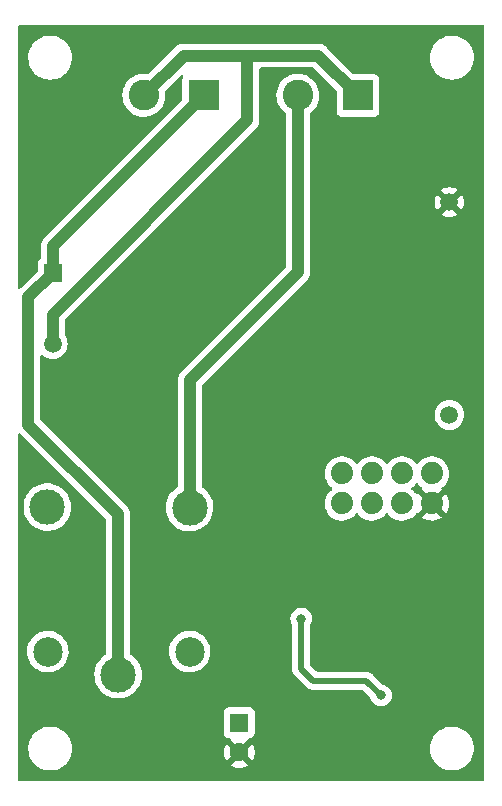
<source format=gbr>
%TF.GenerationSoftware,KiCad,Pcbnew,(6.0.6)*%
%TF.CreationDate,2023-01-19T19:18:13-03:00*%
%TF.ProjectId,mod_rele,6d6f645f-7265-46c6-952e-6b696361645f,rev?*%
%TF.SameCoordinates,Original*%
%TF.FileFunction,Copper,L2,Bot*%
%TF.FilePolarity,Positive*%
%FSLAX46Y46*%
G04 Gerber Fmt 4.6, Leading zero omitted, Abs format (unit mm)*
G04 Created by KiCad (PCBNEW (6.0.6)) date 2023-01-19 19:18:13*
%MOMM*%
%LPD*%
G01*
G04 APERTURE LIST*
%TA.AperFunction,ComponentPad*%
%ADD10C,2.600000*%
%TD*%
%TA.AperFunction,ComponentPad*%
%ADD11R,2.600000X2.600000*%
%TD*%
%TA.AperFunction,ComponentPad*%
%ADD12C,1.879600*%
%TD*%
%TA.AperFunction,ComponentPad*%
%ADD13C,1.500000*%
%TD*%
%TA.AperFunction,ComponentPad*%
%ADD14R,1.500000X1.500000*%
%TD*%
%TA.AperFunction,ComponentPad*%
%ADD15C,1.600000*%
%TD*%
%TA.AperFunction,ComponentPad*%
%ADD16R,1.600000X1.600000*%
%TD*%
%TA.AperFunction,ComponentPad*%
%ADD17C,2.500000*%
%TD*%
%TA.AperFunction,ComponentPad*%
%ADD18C,3.000000*%
%TD*%
%TA.AperFunction,ViaPad*%
%ADD19C,0.800000*%
%TD*%
%TA.AperFunction,Conductor*%
%ADD20C,0.500000*%
%TD*%
%TA.AperFunction,Conductor*%
%ADD21C,1.000000*%
%TD*%
G04 APERTURE END LIST*
D10*
%TO.P,J1,2,Pin_2*%
%TO.N,Earth*%
X82920000Y-39945000D03*
D11*
%TO.P,J1,1,Pin_1*%
%TO.N,AC*%
X88000000Y-39945000D03*
%TD*%
D12*
%TO.P,U2,8,RXD*%
%TO.N,unconnected-(U2-Pad8)*%
X99690000Y-74501350D03*
%TO.P,U2,7,VCC*%
%TO.N,+3.3V*%
X99690000Y-71961350D03*
%TO.P,U2,6,GPIO0*%
%TO.N,Net-(R2-Pad2)*%
X102230000Y-74501350D03*
%TO.P,U2,5,RST*%
%TO.N,Net-(R1-Pad1)*%
X102230000Y-71961350D03*
%TO.P,U2,4,GPIO2*%
%TO.N,Rele_out*%
X104770000Y-74501350D03*
%TO.P,U2,3,PD*%
%TO.N,unconnected-(U2-Pad3)*%
X104770000Y-71961350D03*
%TO.P,U2,2,GND*%
%TO.N,GND*%
X107310000Y-74501350D03*
%TO.P,U2,1,TXD*%
%TO.N,unconnected-(U2-Pad1)*%
X107310000Y-71961350D03*
%TD*%
D13*
%TO.P,PS1,4,+VO*%
%TO.N,+5V*%
X108800000Y-67000000D03*
%TO.P,PS1,3,-VO*%
%TO.N,GND*%
X108800000Y-49000000D03*
%TO.P,PS1,2,AC2*%
%TO.N,Earth*%
X75200000Y-61000000D03*
D14*
%TO.P,PS1,1,AC1*%
%TO.N,AC*%
X75200000Y-55000000D03*
%TD*%
D15*
%TO.P,C3,2*%
%TO.N,GND*%
X91000000Y-95567621D03*
D16*
%TO.P,C3,1*%
%TO.N,+5V*%
X91000000Y-93067621D03*
%TD*%
D10*
%TO.P,J2,2,Pin_2*%
%TO.N,Net-(J2-Pad2)*%
X95965000Y-39945000D03*
D11*
%TO.P,J2,1,Pin_1*%
%TO.N,Earth*%
X101045000Y-39945000D03*
%TD*%
D17*
%TO.P,K1,5*%
%TO.N,+5V*%
X74800000Y-87050000D03*
D18*
%TO.P,K1,4*%
%TO.N,unconnected-(K1-Pad4)*%
X74750000Y-74800000D03*
%TO.P,K1,3*%
%TO.N,Net-(J2-Pad2)*%
X86800000Y-74850000D03*
D17*
%TO.P,K1,2*%
%TO.N,Net-(D1-Pad2)*%
X86800000Y-87050000D03*
D18*
%TO.P,K1,1*%
%TO.N,AC*%
X80750000Y-89000000D03*
%TD*%
D19*
%TO.N,+3.3V*%
X96250000Y-84250000D03*
X103000000Y-90750000D03*
%TO.N,GND*%
X109500000Y-82250000D03*
X105500000Y-68750000D03*
X91500000Y-68750000D03*
X81500000Y-95500000D03*
X102250000Y-94000000D03*
X106250000Y-77750000D03*
X103500000Y-58000000D03*
X96750000Y-82000000D03*
%TD*%
D20*
%TO.N,+3.3V*%
X96250000Y-88500000D02*
X96250000Y-84250000D01*
X97250000Y-89500000D02*
X96250000Y-88500000D01*
X101750000Y-89500000D02*
X97250000Y-89500000D01*
X103000000Y-90750000D02*
X101750000Y-89500000D01*
D21*
%TO.N,Earth*%
X91694000Y-42056000D02*
X91694000Y-36576000D01*
X75200000Y-58550000D02*
X91694000Y-42056000D01*
X75200000Y-61000000D02*
X75200000Y-58550000D01*
%TO.N,Net-(J2-Pad2)*%
X86800000Y-64076000D02*
X86800000Y-74850000D01*
X95965000Y-54911000D02*
X86800000Y-64076000D01*
X95965000Y-39945000D02*
X95965000Y-54911000D01*
%TO.N,AC*%
X80750000Y-75416000D02*
X80750000Y-89000000D01*
X75200000Y-55000000D02*
X73152000Y-57048000D01*
X73152000Y-57048000D02*
X73152000Y-67818000D01*
X75200000Y-55000000D02*
X75200000Y-52745000D01*
X75200000Y-52745000D02*
X88000000Y-39945000D01*
X73152000Y-67818000D02*
X80750000Y-75416000D01*
%TO.N,Earth*%
X91694000Y-36576000D02*
X97676000Y-36576000D01*
X82920000Y-39945000D02*
X86289000Y-36576000D01*
X86289000Y-36576000D02*
X91694000Y-36576000D01*
X97676000Y-36576000D02*
X101045000Y-39945000D01*
%TD*%
%TA.AperFunction,Conductor*%
%TO.N,GND*%
G36*
X111683621Y-34028502D02*
G01*
X111730114Y-34082158D01*
X111741500Y-34134500D01*
X111741500Y-97865500D01*
X111721498Y-97933621D01*
X111667842Y-97980114D01*
X111615500Y-97991500D01*
X72384500Y-97991500D01*
X72316379Y-97971498D01*
X72269886Y-97917842D01*
X72258500Y-97865500D01*
X72258500Y-95292277D01*
X73137009Y-95292277D01*
X73162625Y-95560769D01*
X73163710Y-95565203D01*
X73163711Y-95565209D01*
X73218751Y-95790140D01*
X73226731Y-95822750D01*
X73327985Y-96072733D01*
X73464265Y-96305482D01*
X73467118Y-96309049D01*
X73584686Y-96456060D01*
X73632716Y-96516119D01*
X73829809Y-96700234D01*
X74051416Y-96853968D01*
X74055499Y-96855999D01*
X74055502Y-96856001D01*
X74062025Y-96859246D01*
X74292894Y-96974101D01*
X74297228Y-96975522D01*
X74297231Y-96975523D01*
X74544853Y-97056698D01*
X74544859Y-97056699D01*
X74549186Y-97058118D01*
X74553677Y-97058898D01*
X74553678Y-97058898D01*
X74811140Y-97103601D01*
X74811148Y-97103602D01*
X74814921Y-97104257D01*
X74818758Y-97104448D01*
X74898578Y-97108422D01*
X74898586Y-97108422D01*
X74900149Y-97108500D01*
X75068512Y-97108500D01*
X75070780Y-97108335D01*
X75070792Y-97108335D01*
X75201884Y-97098823D01*
X75269004Y-97093953D01*
X75273459Y-97092969D01*
X75273462Y-97092969D01*
X75527912Y-97036791D01*
X75527916Y-97036790D01*
X75532372Y-97035806D01*
X75658480Y-96988028D01*
X75780318Y-96941868D01*
X75780321Y-96941867D01*
X75784588Y-96940250D01*
X76020368Y-96809286D01*
X76223012Y-96654633D01*
X76224257Y-96653683D01*
X90278493Y-96653683D01*
X90287789Y-96665698D01*
X90338994Y-96701552D01*
X90348489Y-96707035D01*
X90545947Y-96799111D01*
X90556239Y-96802857D01*
X90766688Y-96859246D01*
X90777481Y-96861149D01*
X90994525Y-96880138D01*
X91005475Y-96880138D01*
X91222519Y-96861149D01*
X91233312Y-96859246D01*
X91443761Y-96802857D01*
X91454053Y-96799111D01*
X91651511Y-96707035D01*
X91661006Y-96701552D01*
X91713048Y-96665112D01*
X91721424Y-96654633D01*
X91714356Y-96641187D01*
X91012812Y-95939643D01*
X90998868Y-95932029D01*
X90997035Y-95932160D01*
X90990420Y-95936411D01*
X90284923Y-96641908D01*
X90278493Y-96653683D01*
X76224257Y-96653683D01*
X76231141Y-96648429D01*
X76231142Y-96648428D01*
X76234773Y-96645657D01*
X76423312Y-96452792D01*
X76582034Y-96234730D01*
X76665190Y-96076676D01*
X76705490Y-96000079D01*
X76705493Y-96000073D01*
X76707615Y-95996039D01*
X76730220Y-95932029D01*
X76795902Y-95746033D01*
X76795902Y-95746032D01*
X76797425Y-95741720D01*
X76829851Y-95577201D01*
X76830660Y-95573096D01*
X89687483Y-95573096D01*
X89706472Y-95790140D01*
X89708375Y-95800933D01*
X89764764Y-96011382D01*
X89768510Y-96021674D01*
X89860586Y-96219132D01*
X89866069Y-96228627D01*
X89902509Y-96280669D01*
X89912988Y-96289045D01*
X89926434Y-96281977D01*
X90627978Y-95580433D01*
X90634356Y-95568753D01*
X91364408Y-95568753D01*
X91364539Y-95570586D01*
X91368790Y-95577201D01*
X92074287Y-96282698D01*
X92086062Y-96289128D01*
X92098077Y-96279832D01*
X92133931Y-96228627D01*
X92139414Y-96219132D01*
X92231490Y-96021674D01*
X92235236Y-96011382D01*
X92291625Y-95800933D01*
X92293528Y-95790140D01*
X92312517Y-95573096D01*
X92312517Y-95562146D01*
X92293528Y-95345102D01*
X92291625Y-95334309D01*
X92280363Y-95292277D01*
X107137009Y-95292277D01*
X107162625Y-95560769D01*
X107163710Y-95565203D01*
X107163711Y-95565209D01*
X107218751Y-95790140D01*
X107226731Y-95822750D01*
X107327985Y-96072733D01*
X107464265Y-96305482D01*
X107467118Y-96309049D01*
X107584686Y-96456060D01*
X107632716Y-96516119D01*
X107829809Y-96700234D01*
X108051416Y-96853968D01*
X108055499Y-96855999D01*
X108055502Y-96856001D01*
X108062025Y-96859246D01*
X108292894Y-96974101D01*
X108297228Y-96975522D01*
X108297231Y-96975523D01*
X108544853Y-97056698D01*
X108544859Y-97056699D01*
X108549186Y-97058118D01*
X108553677Y-97058898D01*
X108553678Y-97058898D01*
X108811140Y-97103601D01*
X108811148Y-97103602D01*
X108814921Y-97104257D01*
X108818758Y-97104448D01*
X108898578Y-97108422D01*
X108898586Y-97108422D01*
X108900149Y-97108500D01*
X109068512Y-97108500D01*
X109070780Y-97108335D01*
X109070792Y-97108335D01*
X109201884Y-97098823D01*
X109269004Y-97093953D01*
X109273459Y-97092969D01*
X109273462Y-97092969D01*
X109527912Y-97036791D01*
X109527916Y-97036790D01*
X109532372Y-97035806D01*
X109658480Y-96988028D01*
X109780318Y-96941868D01*
X109780321Y-96941867D01*
X109784588Y-96940250D01*
X110020368Y-96809286D01*
X110223012Y-96654633D01*
X110231141Y-96648429D01*
X110231142Y-96648428D01*
X110234773Y-96645657D01*
X110423312Y-96452792D01*
X110582034Y-96234730D01*
X110665190Y-96076676D01*
X110705490Y-96000079D01*
X110705493Y-96000073D01*
X110707615Y-95996039D01*
X110730220Y-95932029D01*
X110795902Y-95746033D01*
X110795902Y-95746032D01*
X110797425Y-95741720D01*
X110829851Y-95577201D01*
X110848700Y-95481572D01*
X110848701Y-95481566D01*
X110849581Y-95477100D01*
X110856152Y-95345102D01*
X110862764Y-95212292D01*
X110862764Y-95212286D01*
X110862991Y-95207723D01*
X110837375Y-94939231D01*
X110831718Y-94916110D01*
X110774355Y-94681688D01*
X110773269Y-94677250D01*
X110672015Y-94427267D01*
X110535735Y-94194518D01*
X110417928Y-94047208D01*
X110370136Y-93987447D01*
X110370135Y-93987445D01*
X110367284Y-93983881D01*
X110170191Y-93799766D01*
X109948584Y-93646032D01*
X109944501Y-93644001D01*
X109944498Y-93643999D01*
X109779606Y-93561967D01*
X109707106Y-93525899D01*
X109702772Y-93524478D01*
X109702769Y-93524477D01*
X109455147Y-93443302D01*
X109455141Y-93443301D01*
X109450814Y-93441882D01*
X109446322Y-93441102D01*
X109188860Y-93396399D01*
X109188852Y-93396398D01*
X109185079Y-93395743D01*
X109173817Y-93395182D01*
X109101422Y-93391578D01*
X109101414Y-93391578D01*
X109099851Y-93391500D01*
X108931488Y-93391500D01*
X108929220Y-93391665D01*
X108929208Y-93391665D01*
X108798116Y-93401177D01*
X108730996Y-93406047D01*
X108726541Y-93407031D01*
X108726538Y-93407031D01*
X108472088Y-93463209D01*
X108472084Y-93463210D01*
X108467628Y-93464194D01*
X108341520Y-93511972D01*
X108219682Y-93558132D01*
X108219679Y-93558133D01*
X108215412Y-93559750D01*
X107979632Y-93690714D01*
X107765227Y-93854343D01*
X107576688Y-94047208D01*
X107417966Y-94265270D01*
X107388441Y-94321388D01*
X107294510Y-94499921D01*
X107294507Y-94499927D01*
X107292385Y-94503961D01*
X107290865Y-94508266D01*
X107290863Y-94508270D01*
X107204098Y-94753967D01*
X107202575Y-94758280D01*
X107201692Y-94762762D01*
X107173339Y-94906615D01*
X107150419Y-95022900D01*
X107150192Y-95027453D01*
X107150192Y-95027456D01*
X107140991Y-95212292D01*
X107137009Y-95292277D01*
X92280363Y-95292277D01*
X92235236Y-95123860D01*
X92231490Y-95113568D01*
X92139414Y-94916110D01*
X92133931Y-94906615D01*
X92097491Y-94854573D01*
X92087012Y-94846197D01*
X92073566Y-94853265D01*
X91372022Y-95554809D01*
X91364408Y-95568753D01*
X90634356Y-95568753D01*
X90635592Y-95566489D01*
X90635461Y-95564656D01*
X90631210Y-95558041D01*
X89925713Y-94852544D01*
X89913938Y-94846114D01*
X89901923Y-94855410D01*
X89866069Y-94906615D01*
X89860586Y-94916110D01*
X89768510Y-95113568D01*
X89764764Y-95123860D01*
X89708375Y-95334309D01*
X89706472Y-95345102D01*
X89687483Y-95562146D01*
X89687483Y-95573096D01*
X76830660Y-95573096D01*
X76848700Y-95481572D01*
X76848701Y-95481566D01*
X76849581Y-95477100D01*
X76856152Y-95345102D01*
X76862764Y-95212292D01*
X76862764Y-95212286D01*
X76862991Y-95207723D01*
X76837375Y-94939231D01*
X76831718Y-94916110D01*
X76774355Y-94681688D01*
X76773269Y-94677250D01*
X76672015Y-94427267D01*
X76535735Y-94194518D01*
X76417928Y-94047208D01*
X76370136Y-93987447D01*
X76370135Y-93987445D01*
X76367284Y-93983881D01*
X76294356Y-93915755D01*
X89691500Y-93915755D01*
X89698255Y-93977937D01*
X89749385Y-94114326D01*
X89836739Y-94230882D01*
X89953295Y-94318236D01*
X90089684Y-94369366D01*
X90133252Y-94374099D01*
X90148486Y-94375754D01*
X90148489Y-94375754D01*
X90151866Y-94376121D01*
X90155185Y-94376121D01*
X90222110Y-94399774D01*
X90257804Y-94445777D01*
X90259734Y-94444762D01*
X90265442Y-94455621D01*
X90265632Y-94455866D01*
X90265653Y-94456024D01*
X90285644Y-94494055D01*
X90987188Y-95195599D01*
X91001132Y-95203213D01*
X91002965Y-95203082D01*
X91009580Y-95198831D01*
X91715077Y-94493334D01*
X91737871Y-94451592D01*
X91740047Y-94441592D01*
X91790253Y-94391394D01*
X91843814Y-94376170D01*
X91844719Y-94376121D01*
X91848134Y-94376121D01*
X91851530Y-94375752D01*
X91851532Y-94375752D01*
X91863879Y-94374411D01*
X91910316Y-94369366D01*
X92046705Y-94318236D01*
X92163261Y-94230882D01*
X92250615Y-94114326D01*
X92301745Y-93977937D01*
X92308500Y-93915755D01*
X92308500Y-92219487D01*
X92301745Y-92157305D01*
X92250615Y-92020916D01*
X92163261Y-91904360D01*
X92046705Y-91817006D01*
X91910316Y-91765876D01*
X91848134Y-91759121D01*
X90151866Y-91759121D01*
X90089684Y-91765876D01*
X89953295Y-91817006D01*
X89836739Y-91904360D01*
X89749385Y-92020916D01*
X89698255Y-92157305D01*
X89691500Y-92219487D01*
X89691500Y-93915755D01*
X76294356Y-93915755D01*
X76170191Y-93799766D01*
X75948584Y-93646032D01*
X75944501Y-93644001D01*
X75944498Y-93643999D01*
X75779606Y-93561967D01*
X75707106Y-93525899D01*
X75702772Y-93524478D01*
X75702769Y-93524477D01*
X75455147Y-93443302D01*
X75455141Y-93443301D01*
X75450814Y-93441882D01*
X75446322Y-93441102D01*
X75188860Y-93396399D01*
X75188852Y-93396398D01*
X75185079Y-93395743D01*
X75173817Y-93395182D01*
X75101422Y-93391578D01*
X75101414Y-93391578D01*
X75099851Y-93391500D01*
X74931488Y-93391500D01*
X74929220Y-93391665D01*
X74929208Y-93391665D01*
X74798116Y-93401177D01*
X74730996Y-93406047D01*
X74726541Y-93407031D01*
X74726538Y-93407031D01*
X74472088Y-93463209D01*
X74472084Y-93463210D01*
X74467628Y-93464194D01*
X74341520Y-93511972D01*
X74219682Y-93558132D01*
X74219679Y-93558133D01*
X74215412Y-93559750D01*
X73979632Y-93690714D01*
X73765227Y-93854343D01*
X73576688Y-94047208D01*
X73417966Y-94265270D01*
X73388441Y-94321388D01*
X73294510Y-94499921D01*
X73294507Y-94499927D01*
X73292385Y-94503961D01*
X73290865Y-94508266D01*
X73290863Y-94508270D01*
X73204098Y-94753967D01*
X73202575Y-94758280D01*
X73201692Y-94762762D01*
X73173339Y-94906615D01*
X73150419Y-95022900D01*
X73150192Y-95027453D01*
X73150192Y-95027456D01*
X73140991Y-95212292D01*
X73137009Y-95292277D01*
X72258500Y-95292277D01*
X72258500Y-87003839D01*
X73037173Y-87003839D01*
X73049713Y-87264908D01*
X73100704Y-87521256D01*
X73189026Y-87767252D01*
X73191242Y-87771376D01*
X73279513Y-87935657D01*
X73312737Y-87997491D01*
X73315532Y-88001234D01*
X73315534Y-88001237D01*
X73466330Y-88203177D01*
X73466335Y-88203183D01*
X73469122Y-88206915D01*
X73472431Y-88210195D01*
X73472436Y-88210201D01*
X73651426Y-88387635D01*
X73654743Y-88390923D01*
X73658505Y-88393681D01*
X73658508Y-88393684D01*
X73861750Y-88542707D01*
X73865524Y-88545474D01*
X73869667Y-88547654D01*
X73869669Y-88547655D01*
X74092684Y-88664989D01*
X74092689Y-88664991D01*
X74096834Y-88667172D01*
X74195766Y-88701721D01*
X74323597Y-88746362D01*
X74343590Y-88753344D01*
X74348183Y-88754216D01*
X74595785Y-88801224D01*
X74595788Y-88801224D01*
X74600374Y-88802095D01*
X74730959Y-88807226D01*
X74856875Y-88812174D01*
X74856881Y-88812174D01*
X74861543Y-88812357D01*
X74940977Y-88803657D01*
X75116707Y-88784412D01*
X75116712Y-88784411D01*
X75121360Y-88783902D01*
X75159396Y-88773888D01*
X75369594Y-88718548D01*
X75369596Y-88718547D01*
X75374117Y-88717357D01*
X75400768Y-88705907D01*
X75609972Y-88616025D01*
X75614262Y-88614182D01*
X75674539Y-88576882D01*
X75832547Y-88479104D01*
X75832548Y-88479104D01*
X75836519Y-88476646D01*
X75840082Y-88473629D01*
X75840087Y-88473626D01*
X76032439Y-88310787D01*
X76032440Y-88310786D01*
X76036005Y-88307768D01*
X76124451Y-88206915D01*
X76205257Y-88114774D01*
X76205261Y-88114769D01*
X76208339Y-88111259D01*
X76349733Y-87891437D01*
X76457083Y-87653129D01*
X76528030Y-87401572D01*
X76544832Y-87269496D01*
X76560616Y-87145421D01*
X76560616Y-87145417D01*
X76561014Y-87142291D01*
X76563431Y-87050000D01*
X76544061Y-86789348D01*
X76532725Y-86739248D01*
X76487408Y-86538980D01*
X76486377Y-86534423D01*
X76391647Y-86290823D01*
X76261951Y-86063902D01*
X76100138Y-85858643D01*
X75909763Y-85679557D01*
X75695009Y-85530576D01*
X75690816Y-85528508D01*
X75464781Y-85417040D01*
X75464778Y-85417039D01*
X75460593Y-85414975D01*
X75414449Y-85400204D01*
X75216123Y-85336720D01*
X75211665Y-85335293D01*
X74953693Y-85293279D01*
X74839942Y-85291790D01*
X74697022Y-85289919D01*
X74697019Y-85289919D01*
X74692345Y-85289858D01*
X74433362Y-85325104D01*
X74182433Y-85398243D01*
X74178180Y-85400203D01*
X74178179Y-85400204D01*
X74141659Y-85417040D01*
X73945072Y-85507668D01*
X73906067Y-85533241D01*
X73730404Y-85648410D01*
X73730399Y-85648414D01*
X73726491Y-85650976D01*
X73531494Y-85825018D01*
X73364363Y-86025970D01*
X73228771Y-86249419D01*
X73127697Y-86490455D01*
X73063359Y-86743783D01*
X73037173Y-87003839D01*
X72258500Y-87003839D01*
X72258500Y-74778918D01*
X72736917Y-74778918D01*
X72752682Y-75052320D01*
X72753507Y-75056525D01*
X72753508Y-75056533D01*
X72781812Y-75200799D01*
X72805405Y-75321053D01*
X72806792Y-75325103D01*
X72806793Y-75325108D01*
X72881384Y-75542969D01*
X72894112Y-75580144D01*
X72911314Y-75614346D01*
X73011625Y-75813793D01*
X73017160Y-75824799D01*
X73019586Y-75828328D01*
X73019589Y-75828334D01*
X73169843Y-76046953D01*
X73172274Y-76050490D01*
X73356582Y-76253043D01*
X73566675Y-76428707D01*
X73570316Y-76430991D01*
X73795024Y-76571951D01*
X73795028Y-76571953D01*
X73798664Y-76574234D01*
X73866544Y-76604883D01*
X74044345Y-76685164D01*
X74044349Y-76685166D01*
X74048257Y-76686930D01*
X74052377Y-76688150D01*
X74052376Y-76688150D01*
X74306723Y-76763491D01*
X74306727Y-76763492D01*
X74310836Y-76764709D01*
X74315070Y-76765357D01*
X74315075Y-76765358D01*
X74577298Y-76805483D01*
X74577300Y-76805483D01*
X74581540Y-76806132D01*
X74720912Y-76808322D01*
X74851071Y-76810367D01*
X74851077Y-76810367D01*
X74855362Y-76810434D01*
X75127235Y-76777534D01*
X75392127Y-76708041D01*
X75396087Y-76706401D01*
X75396092Y-76706399D01*
X75590191Y-76626000D01*
X75645136Y-76603241D01*
X75881582Y-76465073D01*
X76097089Y-76296094D01*
X76138809Y-76253043D01*
X76236233Y-76152509D01*
X76287669Y-76099431D01*
X76290202Y-76095983D01*
X76290206Y-76095978D01*
X76447257Y-75882178D01*
X76449795Y-75878723D01*
X76462438Y-75855438D01*
X76578418Y-75641830D01*
X76578419Y-75641828D01*
X76580468Y-75638054D01*
X76641004Y-75477850D01*
X76675751Y-75385895D01*
X76675752Y-75385891D01*
X76677269Y-75381877D01*
X76714761Y-75218179D01*
X76737449Y-75119117D01*
X76737450Y-75119113D01*
X76738407Y-75114933D01*
X76739916Y-75098032D01*
X76762531Y-74844627D01*
X76762531Y-74844625D01*
X76762751Y-74842161D01*
X76763054Y-74813307D01*
X76763167Y-74802484D01*
X76763167Y-74802483D01*
X76763193Y-74800000D01*
X76756269Y-74698436D01*
X76744859Y-74531055D01*
X76744858Y-74531049D01*
X76744567Y-74526778D01*
X76739536Y-74502482D01*
X76700256Y-74312809D01*
X76689032Y-74258612D01*
X76597617Y-74000465D01*
X76472013Y-73757112D01*
X76462040Y-73742921D01*
X76388791Y-73638699D01*
X76314545Y-73533057D01*
X76223701Y-73435297D01*
X76131046Y-73335588D01*
X76131043Y-73335585D01*
X76128125Y-73332445D01*
X76124810Y-73329731D01*
X76124806Y-73329728D01*
X75919523Y-73161706D01*
X75916205Y-73158990D01*
X75682704Y-73015901D01*
X75678768Y-73014173D01*
X75435873Y-72907549D01*
X75435869Y-72907548D01*
X75431945Y-72905825D01*
X75168566Y-72830800D01*
X75164324Y-72830196D01*
X75164318Y-72830195D01*
X74963834Y-72801662D01*
X74897443Y-72792213D01*
X74753589Y-72791460D01*
X74627877Y-72790802D01*
X74627871Y-72790802D01*
X74623591Y-72790780D01*
X74619347Y-72791339D01*
X74619343Y-72791339D01*
X74516596Y-72804866D01*
X74352078Y-72826525D01*
X74347938Y-72827658D01*
X74347936Y-72827658D01*
X74275008Y-72847609D01*
X74087928Y-72898788D01*
X74083980Y-72900472D01*
X73839982Y-73004546D01*
X73839978Y-73004548D01*
X73836030Y-73006232D01*
X73722216Y-73074348D01*
X73604725Y-73144664D01*
X73604721Y-73144667D01*
X73601043Y-73146868D01*
X73387318Y-73318094D01*
X73198808Y-73516742D01*
X73039002Y-73739136D01*
X72910857Y-73981161D01*
X72909385Y-73985184D01*
X72909383Y-73985188D01*
X72818214Y-74234317D01*
X72816743Y-74238337D01*
X72758404Y-74505907D01*
X72736917Y-74778918D01*
X72258500Y-74778918D01*
X72258500Y-68655520D01*
X72278502Y-68587399D01*
X72332158Y-68540906D01*
X72402432Y-68530802D01*
X72464822Y-68558441D01*
X72468269Y-68561293D01*
X72477042Y-68569277D01*
X79704595Y-75796829D01*
X79738621Y-75859141D01*
X79741500Y-75885924D01*
X79741500Y-87191374D01*
X79721498Y-87259495D01*
X79680206Y-87299490D01*
X79604725Y-87344664D01*
X79604721Y-87344667D01*
X79601043Y-87346868D01*
X79387318Y-87518094D01*
X79370717Y-87535588D01*
X79259175Y-87653129D01*
X79198808Y-87716742D01*
X79039002Y-87939136D01*
X78910857Y-88181161D01*
X78909385Y-88185184D01*
X78909383Y-88185188D01*
X78895647Y-88222724D01*
X78816743Y-88438337D01*
X78758404Y-88705907D01*
X78736917Y-88978918D01*
X78752682Y-89252320D01*
X78753507Y-89256525D01*
X78753508Y-89256533D01*
X78764127Y-89310657D01*
X78805405Y-89521053D01*
X78806792Y-89525103D01*
X78806793Y-89525108D01*
X78827605Y-89585895D01*
X78894112Y-89780144D01*
X79017160Y-90024799D01*
X79019586Y-90028328D01*
X79019589Y-90028334D01*
X79105158Y-90152836D01*
X79172274Y-90250490D01*
X79175161Y-90253663D01*
X79175162Y-90253664D01*
X79294421Y-90384729D01*
X79356582Y-90453043D01*
X79566675Y-90628707D01*
X79570316Y-90630991D01*
X79795024Y-90771951D01*
X79795028Y-90771953D01*
X79798664Y-90774234D01*
X79866544Y-90804883D01*
X80044345Y-90885164D01*
X80044349Y-90885166D01*
X80048257Y-90886930D01*
X80052377Y-90888150D01*
X80052376Y-90888150D01*
X80306723Y-90963491D01*
X80306727Y-90963492D01*
X80310836Y-90964709D01*
X80315070Y-90965357D01*
X80315075Y-90965358D01*
X80577298Y-91005483D01*
X80577300Y-91005483D01*
X80581540Y-91006132D01*
X80720912Y-91008322D01*
X80851071Y-91010367D01*
X80851077Y-91010367D01*
X80855362Y-91010434D01*
X81127235Y-90977534D01*
X81392127Y-90908041D01*
X81396087Y-90906401D01*
X81396092Y-90906399D01*
X81518632Y-90855641D01*
X81645136Y-90803241D01*
X81881582Y-90665073D01*
X82097089Y-90496094D01*
X82138809Y-90453043D01*
X82284686Y-90302509D01*
X82287669Y-90299431D01*
X82290202Y-90295983D01*
X82290206Y-90295978D01*
X82447257Y-90082178D01*
X82449795Y-90078723D01*
X82456024Y-90067251D01*
X82578418Y-89841830D01*
X82578419Y-89841828D01*
X82580468Y-89838054D01*
X82677269Y-89581877D01*
X82738407Y-89314933D01*
X82762453Y-89045506D01*
X82762531Y-89044627D01*
X82762531Y-89044625D01*
X82762751Y-89042161D01*
X82763193Y-89000000D01*
X82763024Y-88997519D01*
X82744859Y-88731055D01*
X82744858Y-88731049D01*
X82744567Y-88726778D01*
X82689032Y-88458612D01*
X82597617Y-88200465D01*
X82472013Y-87957112D01*
X82462040Y-87942921D01*
X82341476Y-87771376D01*
X82314545Y-87733057D01*
X82128125Y-87532445D01*
X82124810Y-87529731D01*
X82124806Y-87529728D01*
X81919523Y-87361706D01*
X81916205Y-87358990D01*
X81818665Y-87299218D01*
X81771034Y-87246570D01*
X81758500Y-87191785D01*
X81758500Y-87003839D01*
X85037173Y-87003839D01*
X85049713Y-87264908D01*
X85100704Y-87521256D01*
X85189026Y-87767252D01*
X85191242Y-87771376D01*
X85279513Y-87935657D01*
X85312737Y-87997491D01*
X85315532Y-88001234D01*
X85315534Y-88001237D01*
X85466330Y-88203177D01*
X85466335Y-88203183D01*
X85469122Y-88206915D01*
X85472431Y-88210195D01*
X85472436Y-88210201D01*
X85651426Y-88387635D01*
X85654743Y-88390923D01*
X85658505Y-88393681D01*
X85658508Y-88393684D01*
X85861750Y-88542707D01*
X85865524Y-88545474D01*
X85869667Y-88547654D01*
X85869669Y-88547655D01*
X86092684Y-88664989D01*
X86092689Y-88664991D01*
X86096834Y-88667172D01*
X86195766Y-88701721D01*
X86323597Y-88746362D01*
X86343590Y-88753344D01*
X86348183Y-88754216D01*
X86595785Y-88801224D01*
X86595788Y-88801224D01*
X86600374Y-88802095D01*
X86730959Y-88807226D01*
X86856875Y-88812174D01*
X86856881Y-88812174D01*
X86861543Y-88812357D01*
X86940977Y-88803657D01*
X87116707Y-88784412D01*
X87116712Y-88784411D01*
X87121360Y-88783902D01*
X87159396Y-88773888D01*
X87369594Y-88718548D01*
X87369596Y-88718547D01*
X87374117Y-88717357D01*
X87400768Y-88705907D01*
X87609972Y-88616025D01*
X87614262Y-88614182D01*
X87674539Y-88576882D01*
X87832547Y-88479104D01*
X87832548Y-88479104D01*
X87836519Y-88476646D01*
X87840082Y-88473629D01*
X87840087Y-88473626D01*
X88032439Y-88310787D01*
X88032440Y-88310786D01*
X88036005Y-88307768D01*
X88124451Y-88206915D01*
X88205257Y-88114774D01*
X88205261Y-88114769D01*
X88208339Y-88111259D01*
X88349733Y-87891437D01*
X88457083Y-87653129D01*
X88528030Y-87401572D01*
X88544832Y-87269496D01*
X88560616Y-87145421D01*
X88560616Y-87145417D01*
X88561014Y-87142291D01*
X88563431Y-87050000D01*
X88544061Y-86789348D01*
X88532725Y-86739248D01*
X88487408Y-86538980D01*
X88486377Y-86534423D01*
X88391647Y-86290823D01*
X88261951Y-86063902D01*
X88100138Y-85858643D01*
X87909763Y-85679557D01*
X87695009Y-85530576D01*
X87690816Y-85528508D01*
X87464781Y-85417040D01*
X87464778Y-85417039D01*
X87460593Y-85414975D01*
X87414449Y-85400204D01*
X87216123Y-85336720D01*
X87211665Y-85335293D01*
X86953693Y-85293279D01*
X86839942Y-85291790D01*
X86697022Y-85289919D01*
X86697019Y-85289919D01*
X86692345Y-85289858D01*
X86433362Y-85325104D01*
X86182433Y-85398243D01*
X86178180Y-85400203D01*
X86178179Y-85400204D01*
X86141659Y-85417040D01*
X85945072Y-85507668D01*
X85906067Y-85533241D01*
X85730404Y-85648410D01*
X85730399Y-85648414D01*
X85726491Y-85650976D01*
X85531494Y-85825018D01*
X85364363Y-86025970D01*
X85228771Y-86249419D01*
X85127697Y-86490455D01*
X85063359Y-86743783D01*
X85037173Y-87003839D01*
X81758500Y-87003839D01*
X81758500Y-84250000D01*
X95336496Y-84250000D01*
X95356458Y-84439928D01*
X95415473Y-84621556D01*
X95418776Y-84627278D01*
X95418777Y-84627279D01*
X95474619Y-84723999D01*
X95491500Y-84786999D01*
X95491500Y-88432930D01*
X95490067Y-88451880D01*
X95486801Y-88473349D01*
X95487394Y-88480641D01*
X95487394Y-88480644D01*
X95491085Y-88526018D01*
X95491500Y-88536233D01*
X95491500Y-88544293D01*
X95491925Y-88547937D01*
X95494789Y-88572507D01*
X95495222Y-88576882D01*
X95501140Y-88649637D01*
X95503396Y-88656601D01*
X95504587Y-88662560D01*
X95505971Y-88668415D01*
X95506818Y-88675681D01*
X95531735Y-88744327D01*
X95533152Y-88748455D01*
X95544801Y-88784412D01*
X95555649Y-88817899D01*
X95559445Y-88824154D01*
X95561951Y-88829628D01*
X95564670Y-88835058D01*
X95567167Y-88841937D01*
X95571180Y-88848057D01*
X95571180Y-88848058D01*
X95607186Y-88902976D01*
X95609523Y-88906680D01*
X95647405Y-88969107D01*
X95651121Y-88973315D01*
X95651122Y-88973316D01*
X95654803Y-88977484D01*
X95654776Y-88977508D01*
X95657429Y-88980500D01*
X95660132Y-88983733D01*
X95664144Y-88989852D01*
X95677479Y-89002484D01*
X95720383Y-89043128D01*
X95722825Y-89045506D01*
X96666230Y-89988911D01*
X96678616Y-90003323D01*
X96687149Y-90014918D01*
X96687154Y-90014923D01*
X96691492Y-90020818D01*
X96697070Y-90025557D01*
X96697073Y-90025560D01*
X96731768Y-90055035D01*
X96739284Y-90061965D01*
X96744980Y-90067661D01*
X96747841Y-90069924D01*
X96747846Y-90069929D01*
X96767266Y-90085293D01*
X96770667Y-90088082D01*
X96826285Y-90135333D01*
X96832805Y-90138662D01*
X96837852Y-90142028D01*
X96842976Y-90145193D01*
X96848717Y-90149735D01*
X96855348Y-90152834D01*
X96855351Y-90152836D01*
X96914830Y-90180634D01*
X96918776Y-90182562D01*
X96983808Y-90215769D01*
X96990914Y-90217508D01*
X96996564Y-90219609D01*
X97002321Y-90221524D01*
X97008950Y-90224622D01*
X97080435Y-90239491D01*
X97084701Y-90240457D01*
X97155610Y-90257808D01*
X97161212Y-90258156D01*
X97161215Y-90258156D01*
X97166764Y-90258500D01*
X97166762Y-90258535D01*
X97170734Y-90258775D01*
X97174955Y-90259152D01*
X97182115Y-90260641D01*
X97259542Y-90258546D01*
X97262950Y-90258500D01*
X101383629Y-90258500D01*
X101451750Y-90278502D01*
X101472724Y-90295405D01*
X102079875Y-90902556D01*
X102110613Y-90952714D01*
X102165473Y-91121556D01*
X102260960Y-91286944D01*
X102388747Y-91428866D01*
X102543248Y-91541118D01*
X102549276Y-91543802D01*
X102549278Y-91543803D01*
X102711681Y-91616109D01*
X102717712Y-91618794D01*
X102811112Y-91638647D01*
X102898056Y-91657128D01*
X102898061Y-91657128D01*
X102904513Y-91658500D01*
X103095487Y-91658500D01*
X103101939Y-91657128D01*
X103101944Y-91657128D01*
X103188888Y-91638647D01*
X103282288Y-91618794D01*
X103288319Y-91616109D01*
X103450722Y-91543803D01*
X103450724Y-91543802D01*
X103456752Y-91541118D01*
X103611253Y-91428866D01*
X103739040Y-91286944D01*
X103834527Y-91121556D01*
X103893542Y-90939928D01*
X103896894Y-90908041D01*
X103912814Y-90756565D01*
X103913504Y-90750000D01*
X103893542Y-90560072D01*
X103834527Y-90378444D01*
X103739040Y-90213056D01*
X103611253Y-90071134D01*
X103512157Y-89999136D01*
X103462094Y-89962763D01*
X103462093Y-89962762D01*
X103456752Y-89958882D01*
X103450724Y-89956198D01*
X103450722Y-89956197D01*
X103288319Y-89883891D01*
X103288318Y-89883891D01*
X103282288Y-89881206D01*
X103275833Y-89879834D01*
X103275824Y-89879831D01*
X103219228Y-89867801D01*
X103156331Y-89833650D01*
X102333770Y-89011089D01*
X102321384Y-88996677D01*
X102312851Y-88985082D01*
X102312846Y-88985077D01*
X102308508Y-88979182D01*
X102302930Y-88974443D01*
X102302927Y-88974440D01*
X102268232Y-88944965D01*
X102260716Y-88938035D01*
X102255021Y-88932340D01*
X102248880Y-88927482D01*
X102232749Y-88914719D01*
X102229345Y-88911928D01*
X102179297Y-88869409D01*
X102179295Y-88869408D01*
X102173715Y-88864667D01*
X102167199Y-88861339D01*
X102162150Y-88857972D01*
X102157021Y-88854805D01*
X102151284Y-88850266D01*
X102085125Y-88819345D01*
X102081225Y-88817439D01*
X102016192Y-88784231D01*
X102009084Y-88782492D01*
X102003441Y-88780393D01*
X101997678Y-88778476D01*
X101991050Y-88775378D01*
X101919583Y-88760513D01*
X101915299Y-88759543D01*
X101893529Y-88754216D01*
X101844390Y-88742192D01*
X101838788Y-88741844D01*
X101838785Y-88741844D01*
X101833236Y-88741500D01*
X101833238Y-88741464D01*
X101829245Y-88741225D01*
X101825053Y-88740851D01*
X101817885Y-88739360D01*
X101751675Y-88741151D01*
X101740479Y-88741454D01*
X101737072Y-88741500D01*
X97616371Y-88741500D01*
X97548250Y-88721498D01*
X97527276Y-88704595D01*
X97045405Y-88222724D01*
X97011379Y-88160412D01*
X97008500Y-88133629D01*
X97008500Y-84786999D01*
X97025381Y-84723999D01*
X97081223Y-84627279D01*
X97081224Y-84627278D01*
X97084527Y-84621556D01*
X97143542Y-84439928D01*
X97163504Y-84250000D01*
X97143542Y-84060072D01*
X97084527Y-83878444D01*
X96989040Y-83713056D01*
X96861253Y-83571134D01*
X96706752Y-83458882D01*
X96700724Y-83456198D01*
X96700722Y-83456197D01*
X96538319Y-83383891D01*
X96538318Y-83383891D01*
X96532288Y-83381206D01*
X96438887Y-83361353D01*
X96351944Y-83342872D01*
X96351939Y-83342872D01*
X96345487Y-83341500D01*
X96154513Y-83341500D01*
X96148061Y-83342872D01*
X96148056Y-83342872D01*
X96061113Y-83361353D01*
X95967712Y-83381206D01*
X95961682Y-83383891D01*
X95961681Y-83383891D01*
X95799278Y-83456197D01*
X95799276Y-83456198D01*
X95793248Y-83458882D01*
X95638747Y-83571134D01*
X95510960Y-83713056D01*
X95415473Y-83878444D01*
X95356458Y-84060072D01*
X95336496Y-84250000D01*
X81758500Y-84250000D01*
X81758500Y-75477850D01*
X81759237Y-75464242D01*
X81761122Y-75446887D01*
X81763325Y-75426612D01*
X81758947Y-75376570D01*
X81758621Y-75371788D01*
X81758500Y-75369310D01*
X81758500Y-75366231D01*
X81758201Y-75363177D01*
X81758200Y-75363166D01*
X81754313Y-75323529D01*
X81754191Y-75322215D01*
X81748203Y-75253779D01*
X81746087Y-75229587D01*
X81744600Y-75224468D01*
X81744080Y-75219167D01*
X81717209Y-75130166D01*
X81716874Y-75129033D01*
X81692630Y-75045586D01*
X81692628Y-75045582D01*
X81690909Y-75039664D01*
X81688456Y-75034932D01*
X81686916Y-75029831D01*
X81643269Y-74947740D01*
X81642657Y-74946574D01*
X81602729Y-74869547D01*
X81599892Y-74864074D01*
X81596569Y-74859911D01*
X81594066Y-74855204D01*
X81583429Y-74842161D01*
X81572628Y-74828918D01*
X84786917Y-74828918D01*
X84802682Y-75102320D01*
X84803507Y-75106525D01*
X84803508Y-75106533D01*
X84824450Y-75213272D01*
X84855405Y-75371053D01*
X84856792Y-75375103D01*
X84856793Y-75375108D01*
X84937676Y-75611347D01*
X84944112Y-75630144D01*
X84966977Y-75675606D01*
X85046507Y-75833734D01*
X85067160Y-75874799D01*
X85069586Y-75878328D01*
X85069589Y-75878334D01*
X85120987Y-75953118D01*
X85222274Y-76100490D01*
X85225161Y-76103663D01*
X85225162Y-76103664D01*
X85397453Y-76293010D01*
X85406582Y-76303043D01*
X85616675Y-76478707D01*
X85620316Y-76480991D01*
X85845024Y-76621951D01*
X85845028Y-76621953D01*
X85848664Y-76624234D01*
X85916544Y-76654883D01*
X86094345Y-76735164D01*
X86094349Y-76735166D01*
X86098257Y-76736930D01*
X86102377Y-76738150D01*
X86102376Y-76738150D01*
X86356723Y-76813491D01*
X86356727Y-76813492D01*
X86360836Y-76814709D01*
X86365070Y-76815357D01*
X86365075Y-76815358D01*
X86627298Y-76855483D01*
X86627300Y-76855483D01*
X86631540Y-76856132D01*
X86770912Y-76858322D01*
X86901071Y-76860367D01*
X86901077Y-76860367D01*
X86905362Y-76860434D01*
X87177235Y-76827534D01*
X87442127Y-76758041D01*
X87446087Y-76756401D01*
X87446092Y-76756399D01*
X87610858Y-76688150D01*
X87695136Y-76653241D01*
X87931582Y-76515073D01*
X88147089Y-76346094D01*
X88188809Y-76303043D01*
X88334686Y-76152509D01*
X88337669Y-76149431D01*
X88340202Y-76145983D01*
X88340206Y-76145978D01*
X88497257Y-75932178D01*
X88499795Y-75928723D01*
X88503786Y-75921372D01*
X88628418Y-75691830D01*
X88628419Y-75691828D01*
X88630468Y-75688054D01*
X88712476Y-75471026D01*
X88725751Y-75435895D01*
X88725752Y-75435891D01*
X88727269Y-75431877D01*
X88788407Y-75164933D01*
X88789152Y-75156594D01*
X88812531Y-74894627D01*
X88812531Y-74894625D01*
X88812751Y-74892161D01*
X88813044Y-74864262D01*
X88813167Y-74852484D01*
X88813167Y-74852483D01*
X88813193Y-74850000D01*
X88810361Y-74808461D01*
X88794859Y-74581055D01*
X88794858Y-74581049D01*
X88794567Y-74576778D01*
X88793649Y-74572342D01*
X88771594Y-74465844D01*
X98237170Y-74465844D01*
X98237467Y-74470996D01*
X98237467Y-74471000D01*
X98243566Y-74576778D01*
X98250879Y-74703605D01*
X98252016Y-74708651D01*
X98252017Y-74708657D01*
X98283871Y-74850000D01*
X98303237Y-74935935D01*
X98305179Y-74940717D01*
X98305180Y-74940721D01*
X98390893Y-75151807D01*
X98392837Y-75156594D01*
X98446977Y-75244942D01*
X98512676Y-75352152D01*
X98517274Y-75359656D01*
X98673204Y-75539667D01*
X98856442Y-75691794D01*
X98860894Y-75694396D01*
X98860899Y-75694399D01*
X98959333Y-75751919D01*
X99062065Y-75811951D01*
X99284552Y-75896910D01*
X99289618Y-75897941D01*
X99289619Y-75897941D01*
X99343956Y-75908996D01*
X99517928Y-75944391D01*
X99652121Y-75949312D01*
X99750760Y-75952929D01*
X99750764Y-75952929D01*
X99755924Y-75953118D01*
X99761044Y-75952462D01*
X99761046Y-75952462D01*
X99987023Y-75923514D01*
X99987024Y-75923514D01*
X99992151Y-75922857D01*
X100076803Y-75897460D01*
X100215316Y-75855904D01*
X100215317Y-75855903D01*
X100220262Y-75854420D01*
X100434133Y-75749645D01*
X100438336Y-75746647D01*
X100438341Y-75746644D01*
X100623816Y-75614346D01*
X100623818Y-75614344D01*
X100628020Y-75611347D01*
X100796716Y-75443239D01*
X100804881Y-75431877D01*
X100813070Y-75420480D01*
X100854979Y-75362157D01*
X100910972Y-75318510D01*
X100981676Y-75312064D01*
X101044640Y-75344866D01*
X101056582Y-75358526D01*
X101057274Y-75359656D01*
X101213204Y-75539667D01*
X101396442Y-75691794D01*
X101400894Y-75694396D01*
X101400899Y-75694399D01*
X101499333Y-75751919D01*
X101602065Y-75811951D01*
X101824552Y-75896910D01*
X101829618Y-75897941D01*
X101829619Y-75897941D01*
X101883956Y-75908996D01*
X102057928Y-75944391D01*
X102192121Y-75949312D01*
X102290760Y-75952929D01*
X102290764Y-75952929D01*
X102295924Y-75953118D01*
X102301044Y-75952462D01*
X102301046Y-75952462D01*
X102527023Y-75923514D01*
X102527024Y-75923514D01*
X102532151Y-75922857D01*
X102616803Y-75897460D01*
X102755316Y-75855904D01*
X102755317Y-75855903D01*
X102760262Y-75854420D01*
X102974133Y-75749645D01*
X102978336Y-75746647D01*
X102978341Y-75746644D01*
X103163816Y-75614346D01*
X103163818Y-75614344D01*
X103168020Y-75611347D01*
X103336716Y-75443239D01*
X103344881Y-75431877D01*
X103353070Y-75420480D01*
X103394979Y-75362157D01*
X103450972Y-75318510D01*
X103521676Y-75312064D01*
X103584640Y-75344866D01*
X103596582Y-75358526D01*
X103597274Y-75359656D01*
X103753204Y-75539667D01*
X103936442Y-75691794D01*
X103940894Y-75694396D01*
X103940899Y-75694399D01*
X104039333Y-75751919D01*
X104142065Y-75811951D01*
X104364552Y-75896910D01*
X104369618Y-75897941D01*
X104369619Y-75897941D01*
X104423956Y-75908996D01*
X104597928Y-75944391D01*
X104732121Y-75949312D01*
X104830760Y-75952929D01*
X104830764Y-75952929D01*
X104835924Y-75953118D01*
X104841044Y-75952462D01*
X104841046Y-75952462D01*
X105067023Y-75923514D01*
X105067024Y-75923514D01*
X105072151Y-75922857D01*
X105156803Y-75897460D01*
X105295316Y-75855904D01*
X105295317Y-75855903D01*
X105300262Y-75854420D01*
X105514133Y-75749645D01*
X105518336Y-75746647D01*
X105518341Y-75746644D01*
X105595155Y-75691853D01*
X106484326Y-75691853D01*
X106489607Y-75698908D01*
X106677821Y-75808891D01*
X106687108Y-75813341D01*
X106899861Y-75894583D01*
X106909763Y-75897460D01*
X107132911Y-75942860D01*
X107143163Y-75944083D01*
X107370738Y-75952427D01*
X107381024Y-75951960D01*
X107606915Y-75923023D01*
X107617001Y-75920880D01*
X107835128Y-75855438D01*
X107844723Y-75851678D01*
X108049237Y-75751487D01*
X108058083Y-75746213D01*
X108123631Y-75699458D01*
X108132032Y-75688758D01*
X108125045Y-75675606D01*
X107322811Y-74873371D01*
X107308868Y-74865758D01*
X107307034Y-74865889D01*
X107300420Y-74870140D01*
X106491083Y-75679478D01*
X106484326Y-75691853D01*
X105595155Y-75691853D01*
X105703816Y-75614346D01*
X105703818Y-75614344D01*
X105708020Y-75611347D01*
X105876716Y-75443239D01*
X105879732Y-75439042D01*
X105879739Y-75439034D01*
X105942170Y-75352152D01*
X105998164Y-75308504D01*
X106068868Y-75302058D01*
X106115626Y-75325519D01*
X106119976Y-75326240D01*
X106130387Y-75321752D01*
X106937979Y-74514161D01*
X106944356Y-74502482D01*
X107674408Y-74502482D01*
X107674539Y-74504316D01*
X107678790Y-74510930D01*
X108484826Y-75316965D01*
X108496832Y-75323521D01*
X108508571Y-75314552D01*
X108552241Y-75253779D01*
X108557551Y-75244942D01*
X108658450Y-75040788D01*
X108662249Y-75031193D01*
X108728449Y-74813307D01*
X108730628Y-74803226D01*
X108760591Y-74575638D01*
X108761110Y-74568965D01*
X108762680Y-74504715D01*
X108762486Y-74497996D01*
X108743679Y-74269237D01*
X108741994Y-74259057D01*
X108686515Y-74038187D01*
X108683195Y-74028436D01*
X108592384Y-73819583D01*
X108587518Y-73810508D01*
X108508008Y-73687606D01*
X108497322Y-73678402D01*
X108487755Y-73682806D01*
X107682021Y-74488539D01*
X107674408Y-74502482D01*
X106944356Y-74502482D01*
X106945592Y-74500218D01*
X106945461Y-74498384D01*
X106941210Y-74491770D01*
X106135220Y-73685781D01*
X106122803Y-73679001D01*
X106059899Y-73704049D01*
X105990210Y-73690485D01*
X105942360Y-73647038D01*
X105924216Y-73618992D01*
X105921406Y-73614648D01*
X105892661Y-73583057D01*
X105835485Y-73520222D01*
X105761124Y-73438500D01*
X105757073Y-73435301D01*
X105757069Y-73435297D01*
X105668584Y-73365417D01*
X105623347Y-73329691D01*
X105582285Y-73271775D01*
X105579053Y-73200852D01*
X105614678Y-73139441D01*
X105628271Y-73128232D01*
X105703814Y-73074348D01*
X105703821Y-73074342D01*
X105708020Y-73071347D01*
X105876716Y-72903239D01*
X105879915Y-72898788D01*
X105891844Y-72882186D01*
X105934979Y-72822157D01*
X105990972Y-72778510D01*
X106061676Y-72772064D01*
X106124640Y-72804866D01*
X106136582Y-72818526D01*
X106137274Y-72819656D01*
X106293204Y-72999667D01*
X106383158Y-73074348D01*
X106465535Y-73142739D01*
X106505170Y-73201642D01*
X106506668Y-73272622D01*
X106486887Y-73313279D01*
X106493825Y-73325964D01*
X107297189Y-74129329D01*
X107311132Y-74136942D01*
X107312966Y-74136811D01*
X107319580Y-74132560D01*
X108127331Y-73324808D01*
X108134348Y-73311957D01*
X108132815Y-73309853D01*
X108108865Y-73243018D01*
X108124851Y-73173845D01*
X108161480Y-73133076D01*
X108248020Y-73071347D01*
X108416716Y-72903239D01*
X108419915Y-72898788D01*
X108467923Y-72831977D01*
X108555690Y-72709836D01*
X108601774Y-72616594D01*
X108658917Y-72500974D01*
X108658918Y-72500972D01*
X108661211Y-72496332D01*
X108730443Y-72268461D01*
X108761529Y-72032342D01*
X108763264Y-71961350D01*
X108743750Y-71723994D01*
X108685731Y-71493013D01*
X108590767Y-71274609D01*
X108573694Y-71248217D01*
X108511365Y-71151872D01*
X108461406Y-71074648D01*
X108301124Y-70898500D01*
X108297073Y-70895301D01*
X108297069Y-70895297D01*
X108118278Y-70754097D01*
X108118273Y-70754094D01*
X108114224Y-70750896D01*
X108109708Y-70748403D01*
X108109705Y-70748401D01*
X107910250Y-70638296D01*
X107910246Y-70638294D01*
X107905726Y-70635799D01*
X107900857Y-70634075D01*
X107900853Y-70634073D01*
X107686105Y-70558026D01*
X107686101Y-70558025D01*
X107681230Y-70556300D01*
X107676140Y-70555393D01*
X107676135Y-70555392D01*
X107548814Y-70532714D01*
X107446764Y-70514536D01*
X107357637Y-70513447D01*
X107213795Y-70511689D01*
X107213793Y-70511689D01*
X107208625Y-70511626D01*
X106973209Y-70547650D01*
X106746838Y-70621639D01*
X106535590Y-70731608D01*
X106531457Y-70734711D01*
X106531454Y-70734713D01*
X106505637Y-70754097D01*
X106345140Y-70874602D01*
X106180602Y-71046781D01*
X106158629Y-71078992D01*
X106145186Y-71098699D01*
X106090274Y-71143701D01*
X106019749Y-71151872D01*
X105956002Y-71120617D01*
X105935306Y-71096134D01*
X105924217Y-71078992D01*
X105924212Y-71078986D01*
X105921406Y-71074648D01*
X105761124Y-70898500D01*
X105757073Y-70895301D01*
X105757069Y-70895297D01*
X105578278Y-70754097D01*
X105578273Y-70754094D01*
X105574224Y-70750896D01*
X105569708Y-70748403D01*
X105569705Y-70748401D01*
X105370250Y-70638296D01*
X105370246Y-70638294D01*
X105365726Y-70635799D01*
X105360857Y-70634075D01*
X105360853Y-70634073D01*
X105146105Y-70558026D01*
X105146101Y-70558025D01*
X105141230Y-70556300D01*
X105136140Y-70555393D01*
X105136135Y-70555392D01*
X105008814Y-70532714D01*
X104906764Y-70514536D01*
X104817637Y-70513447D01*
X104673795Y-70511689D01*
X104673793Y-70511689D01*
X104668625Y-70511626D01*
X104433209Y-70547650D01*
X104206838Y-70621639D01*
X103995590Y-70731608D01*
X103991457Y-70734711D01*
X103991454Y-70734713D01*
X103965637Y-70754097D01*
X103805140Y-70874602D01*
X103640602Y-71046781D01*
X103618629Y-71078992D01*
X103605186Y-71098699D01*
X103550274Y-71143701D01*
X103479749Y-71151872D01*
X103416002Y-71120617D01*
X103395306Y-71096134D01*
X103384217Y-71078992D01*
X103384212Y-71078986D01*
X103381406Y-71074648D01*
X103221124Y-70898500D01*
X103217073Y-70895301D01*
X103217069Y-70895297D01*
X103038278Y-70754097D01*
X103038273Y-70754094D01*
X103034224Y-70750896D01*
X103029708Y-70748403D01*
X103029705Y-70748401D01*
X102830250Y-70638296D01*
X102830246Y-70638294D01*
X102825726Y-70635799D01*
X102820857Y-70634075D01*
X102820853Y-70634073D01*
X102606105Y-70558026D01*
X102606101Y-70558025D01*
X102601230Y-70556300D01*
X102596140Y-70555393D01*
X102596135Y-70555392D01*
X102468814Y-70532714D01*
X102366764Y-70514536D01*
X102277637Y-70513447D01*
X102133795Y-70511689D01*
X102133793Y-70511689D01*
X102128625Y-70511626D01*
X101893209Y-70547650D01*
X101666838Y-70621639D01*
X101455590Y-70731608D01*
X101451457Y-70734711D01*
X101451454Y-70734713D01*
X101425637Y-70754097D01*
X101265140Y-70874602D01*
X101100602Y-71046781D01*
X101078629Y-71078992D01*
X101065186Y-71098699D01*
X101010274Y-71143701D01*
X100939749Y-71151872D01*
X100876002Y-71120617D01*
X100855306Y-71096134D01*
X100844217Y-71078992D01*
X100844212Y-71078986D01*
X100841406Y-71074648D01*
X100681124Y-70898500D01*
X100677073Y-70895301D01*
X100677069Y-70895297D01*
X100498278Y-70754097D01*
X100498273Y-70754094D01*
X100494224Y-70750896D01*
X100489708Y-70748403D01*
X100489705Y-70748401D01*
X100290250Y-70638296D01*
X100290246Y-70638294D01*
X100285726Y-70635799D01*
X100280857Y-70634075D01*
X100280853Y-70634073D01*
X100066105Y-70558026D01*
X100066101Y-70558025D01*
X100061230Y-70556300D01*
X100056140Y-70555393D01*
X100056135Y-70555392D01*
X99928814Y-70532714D01*
X99826764Y-70514536D01*
X99737637Y-70513447D01*
X99593795Y-70511689D01*
X99593793Y-70511689D01*
X99588625Y-70511626D01*
X99353209Y-70547650D01*
X99126838Y-70621639D01*
X98915590Y-70731608D01*
X98911457Y-70734711D01*
X98911454Y-70734713D01*
X98885637Y-70754097D01*
X98725140Y-70874602D01*
X98560602Y-71046781D01*
X98557691Y-71051049D01*
X98557687Y-71051054D01*
X98525186Y-71098699D01*
X98426394Y-71243522D01*
X98326122Y-71459541D01*
X98262477Y-71689035D01*
X98261928Y-71694169D01*
X98261928Y-71694171D01*
X98256449Y-71745439D01*
X98237170Y-71925844D01*
X98237467Y-71930996D01*
X98237467Y-71931000D01*
X98243502Y-72035663D01*
X98250879Y-72163605D01*
X98252016Y-72168651D01*
X98252017Y-72168657D01*
X98285111Y-72315506D01*
X98303237Y-72395935D01*
X98305179Y-72400717D01*
X98305180Y-72400721D01*
X98390893Y-72611807D01*
X98392837Y-72616594D01*
X98517274Y-72819656D01*
X98673204Y-72999667D01*
X98763158Y-73074348D01*
X98837560Y-73136118D01*
X98877195Y-73195021D01*
X98878693Y-73266001D01*
X98841578Y-73326524D01*
X98832728Y-73333822D01*
X98729275Y-73411497D01*
X98725140Y-73414602D01*
X98560602Y-73586781D01*
X98557691Y-73591049D01*
X98557687Y-73591054D01*
X98525186Y-73638699D01*
X98426394Y-73783522D01*
X98417071Y-73803607D01*
X98334654Y-73981161D01*
X98326122Y-73999541D01*
X98262477Y-74229035D01*
X98261928Y-74234169D01*
X98261928Y-74234171D01*
X98261483Y-74238337D01*
X98237170Y-74465844D01*
X88771594Y-74465844D01*
X88739901Y-74312809D01*
X88739032Y-74308612D01*
X88647617Y-74050465D01*
X88528450Y-73819583D01*
X88523978Y-73810919D01*
X88523978Y-73810918D01*
X88522013Y-73807112D01*
X88515389Y-73797686D01*
X88367008Y-73586562D01*
X88364545Y-73583057D01*
X88233767Y-73442323D01*
X88181046Y-73385588D01*
X88181043Y-73385585D01*
X88178125Y-73382445D01*
X88174810Y-73379731D01*
X88174806Y-73379728D01*
X87969523Y-73211706D01*
X87966205Y-73208990D01*
X87868665Y-73149218D01*
X87821034Y-73096570D01*
X87808500Y-73041785D01*
X87808500Y-67000000D01*
X107536693Y-67000000D01*
X107555885Y-67219371D01*
X107612880Y-67432076D01*
X107615205Y-67437061D01*
X107703618Y-67626666D01*
X107703621Y-67626671D01*
X107705944Y-67631653D01*
X107832251Y-67812038D01*
X107987962Y-67967749D01*
X108168346Y-68094056D01*
X108367924Y-68187120D01*
X108580629Y-68244115D01*
X108800000Y-68263307D01*
X109019371Y-68244115D01*
X109232076Y-68187120D01*
X109431654Y-68094056D01*
X109612038Y-67967749D01*
X109767749Y-67812038D01*
X109894056Y-67631653D01*
X109896379Y-67626671D01*
X109896382Y-67626666D01*
X109984795Y-67437061D01*
X109987120Y-67432076D01*
X110044115Y-67219371D01*
X110063307Y-67000000D01*
X110044115Y-66780629D01*
X109987120Y-66567924D01*
X109943585Y-66474562D01*
X109896382Y-66373334D01*
X109896379Y-66373329D01*
X109894056Y-66368347D01*
X109767749Y-66187962D01*
X109612038Y-66032251D01*
X109431654Y-65905944D01*
X109232076Y-65812880D01*
X109019371Y-65755885D01*
X108800000Y-65736693D01*
X108580629Y-65755885D01*
X108367924Y-65812880D01*
X108274562Y-65856415D01*
X108173334Y-65903618D01*
X108173329Y-65903621D01*
X108168347Y-65905944D01*
X108163840Y-65909100D01*
X108163838Y-65909101D01*
X107992473Y-66029092D01*
X107992470Y-66029094D01*
X107987962Y-66032251D01*
X107832251Y-66187962D01*
X107705944Y-66368347D01*
X107703621Y-66373329D01*
X107703618Y-66373334D01*
X107656415Y-66474562D01*
X107612880Y-66567924D01*
X107555885Y-66780629D01*
X107536693Y-67000000D01*
X87808500Y-67000000D01*
X87808500Y-64545925D01*
X87828502Y-64477804D01*
X87845405Y-64456830D01*
X96634379Y-55667855D01*
X96644522Y-55658753D01*
X96669218Y-55638897D01*
X96674025Y-55635032D01*
X96706320Y-55596544D01*
X96709478Y-55592925D01*
X96711124Y-55591110D01*
X96713309Y-55588925D01*
X96715264Y-55586545D01*
X96715273Y-55586535D01*
X96740549Y-55555764D01*
X96741391Y-55554749D01*
X96797194Y-55488245D01*
X96801154Y-55483526D01*
X96803723Y-55478852D01*
X96807102Y-55474739D01*
X96850975Y-55392915D01*
X96851584Y-55391793D01*
X96893464Y-55315614D01*
X96893465Y-55315612D01*
X96896433Y-55310213D01*
X96898045Y-55305131D01*
X96900562Y-55300437D01*
X96927762Y-55211469D01*
X96928108Y-55210358D01*
X96954373Y-55127563D01*
X96956235Y-55121694D01*
X96956829Y-55116398D01*
X96958387Y-55111302D01*
X96967790Y-55018743D01*
X96967911Y-55017607D01*
X96973500Y-54967773D01*
X96973500Y-54964246D01*
X96973555Y-54963261D01*
X96974002Y-54957581D01*
X96978374Y-54914538D01*
X96974059Y-54868891D01*
X96973500Y-54857033D01*
X96973500Y-50050161D01*
X108114393Y-50050161D01*
X108123687Y-50062175D01*
X108164088Y-50090464D01*
X108173584Y-50095947D01*
X108363113Y-50184326D01*
X108373405Y-50188072D01*
X108575401Y-50242196D01*
X108586196Y-50244099D01*
X108794525Y-50262326D01*
X108805475Y-50262326D01*
X109013804Y-50244099D01*
X109024599Y-50242196D01*
X109226595Y-50188072D01*
X109236887Y-50184326D01*
X109426416Y-50095947D01*
X109435912Y-50090464D01*
X109477148Y-50061590D01*
X109485523Y-50051112D01*
X109478457Y-50037668D01*
X108812811Y-49372021D01*
X108798868Y-49364408D01*
X108797034Y-49364539D01*
X108790420Y-49368790D01*
X108120820Y-50038391D01*
X108114393Y-50050161D01*
X96973500Y-50050161D01*
X96973500Y-49005475D01*
X107537674Y-49005475D01*
X107555901Y-49213804D01*
X107557804Y-49224599D01*
X107611928Y-49426595D01*
X107615674Y-49436887D01*
X107704054Y-49626417D01*
X107709534Y-49635907D01*
X107738411Y-49677149D01*
X107748887Y-49685523D01*
X107762334Y-49678455D01*
X108427979Y-49012811D01*
X108434356Y-49001132D01*
X109164408Y-49001132D01*
X109164539Y-49002966D01*
X109168790Y-49009580D01*
X109838391Y-49679180D01*
X109850161Y-49685607D01*
X109862176Y-49676311D01*
X109890466Y-49635907D01*
X109895946Y-49626417D01*
X109984326Y-49436887D01*
X109988072Y-49426595D01*
X110042196Y-49224599D01*
X110044099Y-49213804D01*
X110062326Y-49005475D01*
X110062326Y-48994525D01*
X110044099Y-48786196D01*
X110042196Y-48775401D01*
X109988072Y-48573405D01*
X109984326Y-48563113D01*
X109895946Y-48373583D01*
X109890466Y-48364093D01*
X109861589Y-48322851D01*
X109851113Y-48314477D01*
X109837666Y-48321545D01*
X109172021Y-48987189D01*
X109164408Y-49001132D01*
X108434356Y-49001132D01*
X108435592Y-48998868D01*
X108435461Y-48997034D01*
X108431210Y-48990420D01*
X107761609Y-48320820D01*
X107749839Y-48314393D01*
X107737824Y-48323689D01*
X107709534Y-48364093D01*
X107704054Y-48373583D01*
X107615674Y-48563113D01*
X107611928Y-48573405D01*
X107557804Y-48775401D01*
X107555901Y-48786196D01*
X107537674Y-48994525D01*
X107537674Y-49005475D01*
X96973500Y-49005475D01*
X96973500Y-47948887D01*
X108114477Y-47948887D01*
X108121545Y-47962334D01*
X108787189Y-48627979D01*
X108801132Y-48635592D01*
X108802966Y-48635461D01*
X108809580Y-48631210D01*
X109479180Y-47961609D01*
X109485607Y-47949839D01*
X109476313Y-47937825D01*
X109435912Y-47909536D01*
X109426416Y-47904053D01*
X109236887Y-47815674D01*
X109226595Y-47811928D01*
X109024599Y-47757804D01*
X109013804Y-47755901D01*
X108805475Y-47737674D01*
X108794525Y-47737674D01*
X108586196Y-47755901D01*
X108575401Y-47757804D01*
X108373405Y-47811928D01*
X108363113Y-47815674D01*
X108173583Y-47904054D01*
X108164093Y-47909534D01*
X108122851Y-47938411D01*
X108114477Y-47948887D01*
X96973500Y-47948887D01*
X96973500Y-41517751D01*
X96993502Y-41449630D01*
X97025438Y-41415815D01*
X97027009Y-41414673D01*
X97030990Y-41412210D01*
X97236149Y-41238530D01*
X97413382Y-41036434D01*
X97558797Y-40810361D01*
X97669199Y-40565278D01*
X97706209Y-40434051D01*
X97740893Y-40311072D01*
X97740894Y-40311069D01*
X97742163Y-40306568D01*
X97760043Y-40166019D01*
X97775688Y-40043045D01*
X97775688Y-40043041D01*
X97776086Y-40039915D01*
X97778571Y-39945000D01*
X97758650Y-39676937D01*
X97747020Y-39625538D01*
X97700361Y-39419331D01*
X97700360Y-39419326D01*
X97699327Y-39414763D01*
X97601902Y-39164238D01*
X97468518Y-38930864D01*
X97302105Y-38719769D01*
X97106317Y-38535591D01*
X96908407Y-38398295D01*
X96889299Y-38385039D01*
X96889296Y-38385037D01*
X96885457Y-38382374D01*
X96871873Y-38375675D01*
X96648564Y-38265551D01*
X96648561Y-38265550D01*
X96644376Y-38263486D01*
X96596745Y-38248239D01*
X96446267Y-38200071D01*
X96388370Y-38181538D01*
X96383763Y-38180788D01*
X96383760Y-38180787D01*
X96168052Y-38145657D01*
X96123063Y-38138330D01*
X95992719Y-38136624D01*
X95858961Y-38134873D01*
X95858958Y-38134873D01*
X95854284Y-38134812D01*
X95587937Y-38171060D01*
X95329874Y-38246278D01*
X95085763Y-38358815D01*
X95081854Y-38361378D01*
X94864881Y-38503631D01*
X94864876Y-38503635D01*
X94860968Y-38506197D01*
X94660426Y-38685188D01*
X94488544Y-38891854D01*
X94349096Y-39121656D01*
X94245148Y-39369545D01*
X94178981Y-39630077D01*
X94152050Y-39897526D01*
X94164947Y-40166019D01*
X94217388Y-40429656D01*
X94308220Y-40682646D01*
X94435450Y-40919431D01*
X94438241Y-40923168D01*
X94438245Y-40923175D01*
X94519887Y-41032506D01*
X94596281Y-41134810D01*
X94599590Y-41138090D01*
X94599595Y-41138096D01*
X94783863Y-41320762D01*
X94787180Y-41324050D01*
X94790942Y-41326808D01*
X94790945Y-41326811D01*
X94839913Y-41362715D01*
X94905006Y-41410443D01*
X94948113Y-41466852D01*
X94956500Y-41512054D01*
X94956500Y-54441075D01*
X94936498Y-54509196D01*
X94919595Y-54530170D01*
X86130621Y-63319145D01*
X86120478Y-63328247D01*
X86090975Y-63351968D01*
X86087008Y-63356696D01*
X86058709Y-63390421D01*
X86055528Y-63394069D01*
X86053885Y-63395881D01*
X86051691Y-63398075D01*
X86024358Y-63431349D01*
X86023696Y-63432147D01*
X85963846Y-63503474D01*
X85961278Y-63508144D01*
X85957897Y-63512261D01*
X85926860Y-63570145D01*
X85914023Y-63594086D01*
X85913394Y-63595245D01*
X85871538Y-63671381D01*
X85871535Y-63671389D01*
X85868567Y-63676787D01*
X85866955Y-63681869D01*
X85864438Y-63686563D01*
X85837238Y-63775531D01*
X85836918Y-63776559D01*
X85808765Y-63865306D01*
X85808171Y-63870602D01*
X85806613Y-63875698D01*
X85805990Y-63881834D01*
X85797218Y-63968187D01*
X85797089Y-63969393D01*
X85791500Y-64019227D01*
X85791500Y-64022754D01*
X85791445Y-64023739D01*
X85790998Y-64029419D01*
X85786626Y-64072462D01*
X85787206Y-64078593D01*
X85790941Y-64118109D01*
X85791500Y-64129967D01*
X85791500Y-73041374D01*
X85771498Y-73109495D01*
X85730206Y-73149490D01*
X85654725Y-73194664D01*
X85654721Y-73194667D01*
X85651043Y-73196868D01*
X85437318Y-73368094D01*
X85373545Y-73435297D01*
X85283755Y-73529916D01*
X85248808Y-73566742D01*
X85089002Y-73789136D01*
X84960857Y-74031161D01*
X84959385Y-74035184D01*
X84959383Y-74035188D01*
X84877621Y-74258612D01*
X84866743Y-74288337D01*
X84808404Y-74555907D01*
X84786917Y-74828918D01*
X81572628Y-74828918D01*
X81535261Y-74783102D01*
X81534433Y-74782075D01*
X81505469Y-74745792D01*
X81505464Y-74745787D01*
X81503262Y-74743028D01*
X81500761Y-74740527D01*
X81500119Y-74739809D01*
X81496406Y-74735461D01*
X81488642Y-74725941D01*
X81469065Y-74701938D01*
X81464323Y-74698015D01*
X81464321Y-74698013D01*
X81433727Y-74672703D01*
X81424947Y-74664713D01*
X74197405Y-67437171D01*
X74163379Y-67374859D01*
X74160500Y-67348076D01*
X74160500Y-62044477D01*
X74180502Y-61976356D01*
X74234158Y-61929863D01*
X74304432Y-61919759D01*
X74369012Y-61949253D01*
X74375595Y-61955382D01*
X74387962Y-61967749D01*
X74568346Y-62094056D01*
X74767924Y-62187120D01*
X74980629Y-62244115D01*
X75200000Y-62263307D01*
X75419371Y-62244115D01*
X75632076Y-62187120D01*
X75831654Y-62094056D01*
X76012038Y-61967749D01*
X76167749Y-61812038D01*
X76294056Y-61631653D01*
X76296379Y-61626671D01*
X76296382Y-61626666D01*
X76384795Y-61437061D01*
X76387120Y-61432076D01*
X76444115Y-61219371D01*
X76463307Y-61000000D01*
X76444115Y-60780629D01*
X76387120Y-60567924D01*
X76294056Y-60368347D01*
X76231287Y-60278703D01*
X76208500Y-60206433D01*
X76208500Y-59019925D01*
X76228502Y-58951804D01*
X76245405Y-58930830D01*
X92363384Y-42812851D01*
X92373527Y-42803749D01*
X92398218Y-42783897D01*
X92403025Y-42780032D01*
X92435312Y-42741554D01*
X92438467Y-42737938D01*
X92440123Y-42736112D01*
X92442309Y-42733926D01*
X92444264Y-42731546D01*
X92444273Y-42731536D01*
X92469576Y-42700732D01*
X92470418Y-42699717D01*
X92526194Y-42633245D01*
X92530154Y-42628526D01*
X92532723Y-42623852D01*
X92536102Y-42619739D01*
X92579975Y-42537915D01*
X92580584Y-42536793D01*
X92622464Y-42460614D01*
X92622465Y-42460612D01*
X92625433Y-42455213D01*
X92627045Y-42450131D01*
X92629562Y-42445437D01*
X92656762Y-42356469D01*
X92657108Y-42355358D01*
X92683373Y-42272563D01*
X92685235Y-42266694D01*
X92685829Y-42261398D01*
X92687387Y-42256302D01*
X92696785Y-42163778D01*
X92696905Y-42162658D01*
X92702500Y-42112773D01*
X92702500Y-42109246D01*
X92702556Y-42108243D01*
X92703003Y-42102559D01*
X92707373Y-42059538D01*
X92703059Y-42013899D01*
X92702500Y-42002043D01*
X92702500Y-37710500D01*
X92722502Y-37642379D01*
X92776158Y-37595886D01*
X92828500Y-37584500D01*
X97206075Y-37584500D01*
X97274196Y-37604502D01*
X97295170Y-37621405D01*
X99199595Y-39525830D01*
X99233621Y-39588142D01*
X99236500Y-39614925D01*
X99236500Y-41293134D01*
X99243255Y-41355316D01*
X99294385Y-41491705D01*
X99381739Y-41608261D01*
X99498295Y-41695615D01*
X99634684Y-41746745D01*
X99696866Y-41753500D01*
X102393134Y-41753500D01*
X102455316Y-41746745D01*
X102591705Y-41695615D01*
X102708261Y-41608261D01*
X102795615Y-41491705D01*
X102846745Y-41355316D01*
X102853500Y-41293134D01*
X102853500Y-38596866D01*
X102846745Y-38534684D01*
X102795615Y-38398295D01*
X102708261Y-38281739D01*
X102591705Y-38194385D01*
X102455316Y-38143255D01*
X102393134Y-38136500D01*
X100714924Y-38136500D01*
X100646803Y-38116498D01*
X100625829Y-38099595D01*
X99318511Y-36792277D01*
X107137009Y-36792277D01*
X107162625Y-37060769D01*
X107163710Y-37065203D01*
X107163711Y-37065209D01*
X107225645Y-37318312D01*
X107226731Y-37322750D01*
X107327985Y-37572733D01*
X107464265Y-37805482D01*
X107467118Y-37809049D01*
X107584686Y-37956060D01*
X107632716Y-38016119D01*
X107829809Y-38200234D01*
X108051416Y-38353968D01*
X108055499Y-38355999D01*
X108055502Y-38356001D01*
X108113871Y-38385039D01*
X108292894Y-38474101D01*
X108297228Y-38475522D01*
X108297231Y-38475523D01*
X108544853Y-38556698D01*
X108544859Y-38556699D01*
X108549186Y-38558118D01*
X108553677Y-38558898D01*
X108553678Y-38558898D01*
X108811140Y-38603601D01*
X108811148Y-38603602D01*
X108814921Y-38604257D01*
X108818758Y-38604448D01*
X108898578Y-38608422D01*
X108898586Y-38608422D01*
X108900149Y-38608500D01*
X109068512Y-38608500D01*
X109070780Y-38608335D01*
X109070792Y-38608335D01*
X109201884Y-38598823D01*
X109269004Y-38593953D01*
X109273459Y-38592969D01*
X109273462Y-38592969D01*
X109527912Y-38536791D01*
X109527916Y-38536790D01*
X109532372Y-38535806D01*
X109658480Y-38488028D01*
X109780318Y-38441868D01*
X109780321Y-38441867D01*
X109784588Y-38440250D01*
X110020368Y-38309286D01*
X110234773Y-38145657D01*
X110241202Y-38139081D01*
X110420117Y-37956060D01*
X110423312Y-37952792D01*
X110582034Y-37734730D01*
X110665190Y-37576676D01*
X110705490Y-37500079D01*
X110705493Y-37500073D01*
X110707615Y-37496039D01*
X110770378Y-37318312D01*
X110795902Y-37246033D01*
X110795902Y-37246032D01*
X110797425Y-37241720D01*
X110849581Y-36977100D01*
X110858782Y-36792277D01*
X110862764Y-36712292D01*
X110862764Y-36712286D01*
X110862991Y-36707723D01*
X110837375Y-36439231D01*
X110792042Y-36253967D01*
X110774355Y-36181688D01*
X110773269Y-36177250D01*
X110672015Y-35927267D01*
X110535735Y-35694518D01*
X110417928Y-35547208D01*
X110370136Y-35487447D01*
X110370135Y-35487445D01*
X110367284Y-35483881D01*
X110170191Y-35299766D01*
X109948584Y-35146032D01*
X109944501Y-35144001D01*
X109944498Y-35143999D01*
X109779606Y-35061967D01*
X109707106Y-35025899D01*
X109702772Y-35024478D01*
X109702769Y-35024477D01*
X109455147Y-34943302D01*
X109455141Y-34943301D01*
X109450814Y-34941882D01*
X109446322Y-34941102D01*
X109188860Y-34896399D01*
X109188852Y-34896398D01*
X109185079Y-34895743D01*
X109173817Y-34895182D01*
X109101422Y-34891578D01*
X109101414Y-34891578D01*
X109099851Y-34891500D01*
X108931488Y-34891500D01*
X108929220Y-34891665D01*
X108929208Y-34891665D01*
X108798116Y-34901177D01*
X108730996Y-34906047D01*
X108726541Y-34907031D01*
X108726538Y-34907031D01*
X108472088Y-34963209D01*
X108472084Y-34963210D01*
X108467628Y-34964194D01*
X108341520Y-35011972D01*
X108219682Y-35058132D01*
X108219679Y-35058133D01*
X108215412Y-35059750D01*
X107979632Y-35190714D01*
X107765227Y-35354343D01*
X107576688Y-35547208D01*
X107417966Y-35765270D01*
X107369739Y-35856935D01*
X107294510Y-35999921D01*
X107294507Y-35999927D01*
X107292385Y-36003961D01*
X107290865Y-36008266D01*
X107290863Y-36008270D01*
X107204098Y-36253967D01*
X107202575Y-36258280D01*
X107150419Y-36522900D01*
X107150192Y-36527453D01*
X107150192Y-36527456D01*
X107140991Y-36712292D01*
X107137009Y-36792277D01*
X99318511Y-36792277D01*
X98432855Y-35906621D01*
X98423753Y-35896478D01*
X98403897Y-35871782D01*
X98400032Y-35866975D01*
X98361578Y-35834708D01*
X98357931Y-35831528D01*
X98356119Y-35829885D01*
X98353925Y-35827691D01*
X98320651Y-35800358D01*
X98319853Y-35799696D01*
X98248526Y-35739846D01*
X98243856Y-35737278D01*
X98239739Y-35733897D01*
X98166297Y-35694518D01*
X98157914Y-35690023D01*
X98156755Y-35689394D01*
X98080619Y-35647538D01*
X98080611Y-35647535D01*
X98075213Y-35644567D01*
X98070131Y-35642955D01*
X98065437Y-35640438D01*
X97976469Y-35613238D01*
X97975441Y-35612918D01*
X97886694Y-35584765D01*
X97881398Y-35584171D01*
X97876302Y-35582613D01*
X97783743Y-35573210D01*
X97782607Y-35573089D01*
X97748992Y-35569319D01*
X97736270Y-35567892D01*
X97736266Y-35567892D01*
X97732773Y-35567500D01*
X97729246Y-35567500D01*
X97728261Y-35567445D01*
X97722581Y-35566998D01*
X97693175Y-35564011D01*
X97685663Y-35563248D01*
X97685661Y-35563248D01*
X97679538Y-35562626D01*
X97637259Y-35566623D01*
X97633891Y-35566941D01*
X97622033Y-35567500D01*
X91753873Y-35567500D01*
X91740703Y-35566810D01*
X91707204Y-35563289D01*
X91707202Y-35563289D01*
X91701075Y-35562645D01*
X91653430Y-35566981D01*
X91642010Y-35567500D01*
X86350840Y-35567500D01*
X86337232Y-35566763D01*
X86305736Y-35563341D01*
X86305732Y-35563341D01*
X86299611Y-35562676D01*
X86281611Y-35564251D01*
X86249609Y-35567050D01*
X86244784Y-35567379D01*
X86242313Y-35567500D01*
X86239231Y-35567500D01*
X86216763Y-35569703D01*
X86196489Y-35571691D01*
X86195174Y-35571813D01*
X86162913Y-35574636D01*
X86102587Y-35579913D01*
X86097468Y-35581400D01*
X86092167Y-35581920D01*
X86003133Y-35608801D01*
X86002000Y-35609136D01*
X85918578Y-35633373D01*
X85918574Y-35633375D01*
X85912663Y-35635092D01*
X85907934Y-35637543D01*
X85902831Y-35639084D01*
X85820669Y-35682770D01*
X85819627Y-35683317D01*
X85798018Y-35694518D01*
X85737074Y-35726108D01*
X85732911Y-35729431D01*
X85728204Y-35731934D01*
X85723430Y-35735828D01*
X85723428Y-35735829D01*
X85656105Y-35790737D01*
X85655160Y-35791500D01*
X85616027Y-35822739D01*
X85613536Y-35825230D01*
X85612809Y-35825880D01*
X85608463Y-35829592D01*
X85589588Y-35844987D01*
X85574938Y-35856935D01*
X85571015Y-35861677D01*
X85571013Y-35861679D01*
X85545703Y-35892273D01*
X85537713Y-35901053D01*
X83314934Y-38123832D01*
X83252622Y-38157858D01*
X83205585Y-38159098D01*
X83082687Y-38139082D01*
X83082673Y-38139081D01*
X83078063Y-38138330D01*
X82947719Y-38136624D01*
X82813961Y-38134873D01*
X82813958Y-38134873D01*
X82809284Y-38134812D01*
X82542937Y-38171060D01*
X82284874Y-38246278D01*
X82040763Y-38358815D01*
X82036854Y-38361378D01*
X81819881Y-38503631D01*
X81819876Y-38503635D01*
X81815968Y-38506197D01*
X81615426Y-38685188D01*
X81443544Y-38891854D01*
X81304096Y-39121656D01*
X81200148Y-39369545D01*
X81133981Y-39630077D01*
X81107050Y-39897526D01*
X81119947Y-40166019D01*
X81172388Y-40429656D01*
X81263220Y-40682646D01*
X81390450Y-40919431D01*
X81393241Y-40923168D01*
X81393245Y-40923175D01*
X81474887Y-41032506D01*
X81551281Y-41134810D01*
X81554590Y-41138090D01*
X81554595Y-41138096D01*
X81738863Y-41320762D01*
X81742180Y-41324050D01*
X81745942Y-41326808D01*
X81745945Y-41326811D01*
X81913450Y-41449630D01*
X81958954Y-41482995D01*
X81963089Y-41485171D01*
X81963093Y-41485173D01*
X82192698Y-41605975D01*
X82196840Y-41608154D01*
X82450613Y-41696775D01*
X82455206Y-41697647D01*
X82710109Y-41746042D01*
X82710112Y-41746042D01*
X82714698Y-41746913D01*
X82842370Y-41751929D01*
X82978625Y-41757283D01*
X82978630Y-41757283D01*
X82983293Y-41757466D01*
X83087607Y-41746042D01*
X83245844Y-41728713D01*
X83245850Y-41728712D01*
X83250497Y-41728203D01*
X83362302Y-41698767D01*
X83505918Y-41660956D01*
X83505920Y-41660955D01*
X83510441Y-41659765D01*
X83523401Y-41654197D01*
X83753120Y-41555502D01*
X83753122Y-41555501D01*
X83757414Y-41553657D01*
X83876071Y-41480230D01*
X83982017Y-41414669D01*
X83982021Y-41414666D01*
X83985990Y-41412210D01*
X84191149Y-41238530D01*
X84368382Y-41036434D01*
X84513797Y-40810361D01*
X84624199Y-40565278D01*
X84661209Y-40434051D01*
X84695893Y-40311072D01*
X84695894Y-40311069D01*
X84697163Y-40306568D01*
X84715043Y-40166019D01*
X84730688Y-40043045D01*
X84730688Y-40043041D01*
X84731086Y-40039915D01*
X84733571Y-39945000D01*
X84713650Y-39676937D01*
X84710652Y-39663688D01*
X84715126Y-39592833D01*
X84744450Y-39546785D01*
X86065040Y-38226195D01*
X86127352Y-38192169D01*
X86198167Y-38197234D01*
X86255003Y-38239781D01*
X86279814Y-38306301D01*
X86264723Y-38375675D01*
X86254961Y-38390855D01*
X86249385Y-38398295D01*
X86198255Y-38534684D01*
X86191500Y-38596866D01*
X86191500Y-40275076D01*
X86171498Y-40343197D01*
X86154595Y-40364171D01*
X74530621Y-51988145D01*
X74520478Y-51997247D01*
X74490975Y-52020968D01*
X74487008Y-52025696D01*
X74458709Y-52059421D01*
X74455528Y-52063069D01*
X74453885Y-52064881D01*
X74451691Y-52067075D01*
X74424358Y-52100349D01*
X74423696Y-52101147D01*
X74363846Y-52172474D01*
X74361278Y-52177144D01*
X74357897Y-52181261D01*
X74326860Y-52239145D01*
X74314023Y-52263086D01*
X74313394Y-52264245D01*
X74271538Y-52340381D01*
X74271535Y-52340389D01*
X74268567Y-52345787D01*
X74266955Y-52350869D01*
X74264438Y-52355563D01*
X74237238Y-52444531D01*
X74236918Y-52445559D01*
X74208765Y-52534306D01*
X74208171Y-52539602D01*
X74206613Y-52544698D01*
X74205990Y-52550834D01*
X74197218Y-52637187D01*
X74197089Y-52638393D01*
X74191500Y-52688227D01*
X74191500Y-52691754D01*
X74191445Y-52692739D01*
X74190998Y-52698419D01*
X74186626Y-52741462D01*
X74187206Y-52747593D01*
X74190941Y-52787109D01*
X74191500Y-52798967D01*
X74191500Y-53745198D01*
X74171498Y-53813319D01*
X74141065Y-53846024D01*
X74086739Y-53886739D01*
X73999385Y-54003295D01*
X73948255Y-54139684D01*
X73941500Y-54201866D01*
X73941500Y-54780076D01*
X73921498Y-54848197D01*
X73904595Y-54869171D01*
X72482621Y-56291145D01*
X72472477Y-56300247D01*
X72463451Y-56307504D01*
X72397829Y-56334600D01*
X72327974Y-56321916D01*
X72276066Y-56273480D01*
X72258500Y-56209307D01*
X72258500Y-36792277D01*
X73137009Y-36792277D01*
X73162625Y-37060769D01*
X73163710Y-37065203D01*
X73163711Y-37065209D01*
X73225645Y-37318312D01*
X73226731Y-37322750D01*
X73327985Y-37572733D01*
X73464265Y-37805482D01*
X73467118Y-37809049D01*
X73584686Y-37956060D01*
X73632716Y-38016119D01*
X73829809Y-38200234D01*
X74051416Y-38353968D01*
X74055499Y-38355999D01*
X74055502Y-38356001D01*
X74113871Y-38385039D01*
X74292894Y-38474101D01*
X74297228Y-38475522D01*
X74297231Y-38475523D01*
X74544853Y-38556698D01*
X74544859Y-38556699D01*
X74549186Y-38558118D01*
X74553677Y-38558898D01*
X74553678Y-38558898D01*
X74811140Y-38603601D01*
X74811148Y-38603602D01*
X74814921Y-38604257D01*
X74818758Y-38604448D01*
X74898578Y-38608422D01*
X74898586Y-38608422D01*
X74900149Y-38608500D01*
X75068512Y-38608500D01*
X75070780Y-38608335D01*
X75070792Y-38608335D01*
X75201884Y-38598823D01*
X75269004Y-38593953D01*
X75273459Y-38592969D01*
X75273462Y-38592969D01*
X75527912Y-38536791D01*
X75527916Y-38536790D01*
X75532372Y-38535806D01*
X75658480Y-38488028D01*
X75780318Y-38441868D01*
X75780321Y-38441867D01*
X75784588Y-38440250D01*
X76020368Y-38309286D01*
X76234773Y-38145657D01*
X76241202Y-38139081D01*
X76420117Y-37956060D01*
X76423312Y-37952792D01*
X76582034Y-37734730D01*
X76665190Y-37576676D01*
X76705490Y-37500079D01*
X76705493Y-37500073D01*
X76707615Y-37496039D01*
X76770378Y-37318312D01*
X76795902Y-37246033D01*
X76795902Y-37246032D01*
X76797425Y-37241720D01*
X76849581Y-36977100D01*
X76858782Y-36792277D01*
X76862764Y-36712292D01*
X76862764Y-36712286D01*
X76862991Y-36707723D01*
X76837375Y-36439231D01*
X76792042Y-36253967D01*
X76774355Y-36181688D01*
X76773269Y-36177250D01*
X76672015Y-35927267D01*
X76535735Y-35694518D01*
X76417928Y-35547208D01*
X76370136Y-35487447D01*
X76370135Y-35487445D01*
X76367284Y-35483881D01*
X76170191Y-35299766D01*
X75948584Y-35146032D01*
X75944501Y-35144001D01*
X75944498Y-35143999D01*
X75779606Y-35061967D01*
X75707106Y-35025899D01*
X75702772Y-35024478D01*
X75702769Y-35024477D01*
X75455147Y-34943302D01*
X75455141Y-34943301D01*
X75450814Y-34941882D01*
X75446322Y-34941102D01*
X75188860Y-34896399D01*
X75188852Y-34896398D01*
X75185079Y-34895743D01*
X75173817Y-34895182D01*
X75101422Y-34891578D01*
X75101414Y-34891578D01*
X75099851Y-34891500D01*
X74931488Y-34891500D01*
X74929220Y-34891665D01*
X74929208Y-34891665D01*
X74798116Y-34901177D01*
X74730996Y-34906047D01*
X74726541Y-34907031D01*
X74726538Y-34907031D01*
X74472088Y-34963209D01*
X74472084Y-34963210D01*
X74467628Y-34964194D01*
X74341520Y-35011972D01*
X74219682Y-35058132D01*
X74219679Y-35058133D01*
X74215412Y-35059750D01*
X73979632Y-35190714D01*
X73765227Y-35354343D01*
X73576688Y-35547208D01*
X73417966Y-35765270D01*
X73369739Y-35856935D01*
X73294510Y-35999921D01*
X73294507Y-35999927D01*
X73292385Y-36003961D01*
X73290865Y-36008266D01*
X73290863Y-36008270D01*
X73204098Y-36253967D01*
X73202575Y-36258280D01*
X73150419Y-36522900D01*
X73150192Y-36527453D01*
X73150192Y-36527456D01*
X73140991Y-36712292D01*
X73137009Y-36792277D01*
X72258500Y-36792277D01*
X72258500Y-34134500D01*
X72278502Y-34066379D01*
X72332158Y-34019886D01*
X72384500Y-34008500D01*
X111615500Y-34008500D01*
X111683621Y-34028502D01*
G37*
%TD.AperFunction*%
%TD*%
M02*

</source>
